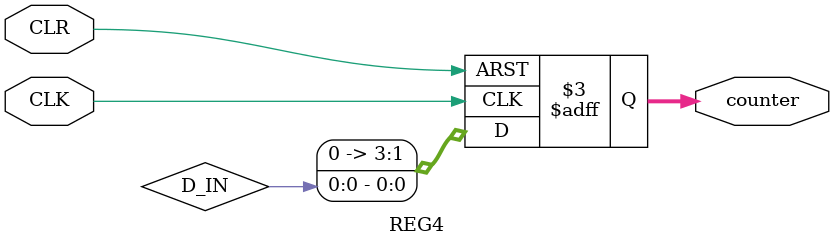
<source format=v>
module REG4( //ÓÃÒì²½¸´Î»µÄ¼Ä´æÆ÷´î½¨µÄ¼ÆÊýÆ÷
    input CLK, CLR,
    output reg [3:0] counter
);
always @ (posedge CLK or posedge CLR)  
//ÒòÎªÒì²½¸´Î»¼Ä´æÆ÷µÄCLRÊÇ¸ßµçÆ½ÓÐÐ§£¬ËùÒÔÓÃor posedge CLR
begin
    if (CLR == 1)
        counter <= 4'b0;
    else 
        counter <= D_IN;
end
endmodule

</source>
